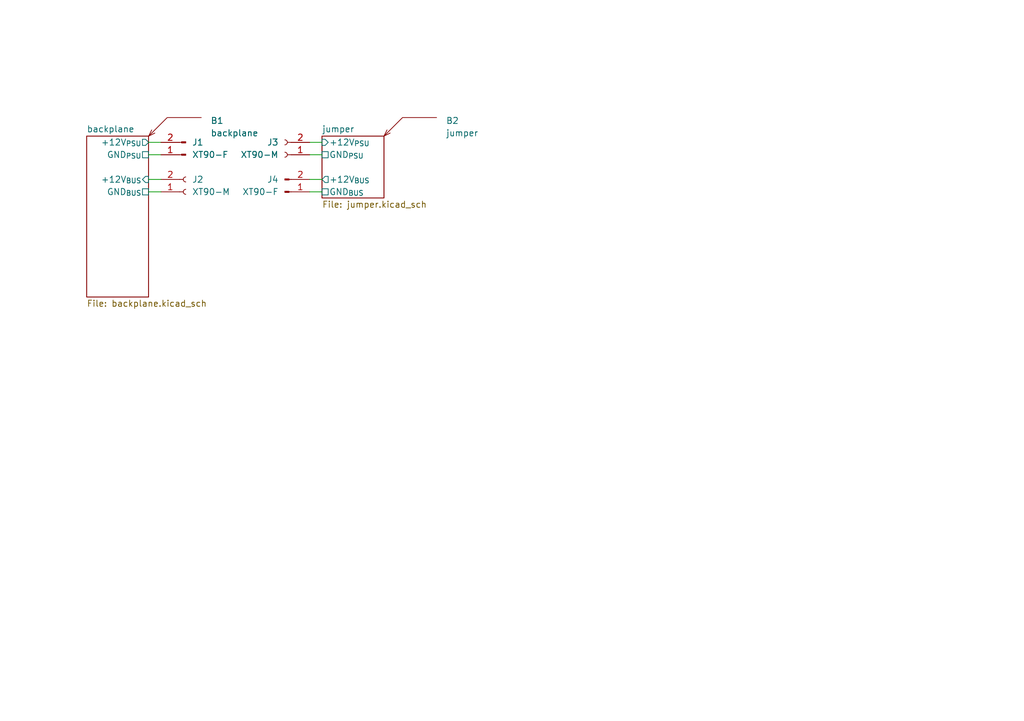
<source format=kicad_sch>
(kicad_sch (version 20250114) (generator "eeschema") (generator_version "9.0")
  (paper "A5")
  (title_block (title "10\" 1U PDU") (rev "1") (company "Elias Sjögreen"))
  (lib_symbols
    (symbol "Connector:Conn_01x02_Pin" (pin_names (offset 1.016) (hide yes))
      (property "Reference" "J" (at 0 2.54 0))
      (property "Value" "Conn_01x02_Pin" (at 0 -5.08 0))
      (symbol "Conn_01x02_Pin_1_1"
        (rectangle (start 0.8636 0.127) (end 0 -0.127) (stroke (width 0.1524)) (fill (type outline)))
        (rectangle (start 0.8636 -2.413) (end 0 -2.667) (stroke (width 0.1524)) (fill (type outline)))
        (polyline (pts (xy 1.27 0) (xy 0.8636 0)) (stroke (width 0.1524)))
        (polyline (pts (xy 1.27 -2.54) (xy 0.8636 -2.54)) (stroke (width 0.1524)))
        (pin passive line (at 5.08 0 180) (length 3.81) (name "Pin_1") (number "1"))
        (pin passive line (at 5.08 -2.54 180) (length 3.81) (name "Pin_2") (number "2"))
      )
    )
    (symbol "Connector:Conn_01x02_Socket" (pin_names (offset 1.016) (hide yes))
      (property "Reference" "J" (at 0 2.54 0))
      (property "Value" "Conn_01x02_Socket" (at 0 -5.08 0))
      (symbol "Conn_01x02_Socket_1_1"
        (polyline (pts (xy -1.27 0) (xy -0.508 0)) (stroke (width 0.1524)))
        (polyline (pts (xy -1.27 -2.54) (xy -0.508 -2.54)) (stroke (width 0.1524)))
        (arc (start 0 -0.508) (mid -0.5058 0) (end 0 0.508) (stroke (width 0.1524)))
        (arc (start 0 -3.048) (mid -0.5058 -2.54) (end 0 -2.032) (stroke (width 0.1524)))
        (pin passive line (at -5.08 0 0) (length 3.81) (name "Pin_1") (number "1"))
        (pin passive line (at -5.08 -2.54 0) (length 3.81) (name "Pin_2") (number "2"))
      )
    )
    (symbol "kikit:Board" (in_bom no)
      (property "Reference" "B" (at 5.08 5.08 0))
      (property "Value" "Board" (at 5.08 2.54 0))
      (symbol "Board_0_1"
        (polyline (pts (xy 0 0) (xy 3.81 3.81) (xy 10.795 3.81)) (stroke (width 0.1524)))
        (polyline (pts (xy 0.635 1.27) (xy 0 0) (xy 1.27 0.635)) (stroke (width 0.1524)))
      )
    )
  )
  (wire (pts (xy 30.48 31.75) (xy 33.02 31.75)))
  (wire (pts (xy 30.48 29.21) (xy 33.02 29.21)))
  (wire (pts (xy 63.5 31.75) (xy 66.04 31.75)))
  (wire (pts (xy 66.04 36.83) (xy 63.5 36.83)))
  (wire (pts (xy 63.5 29.21) (xy 66.04 29.21)))
  (wire (pts (xy 33.02 39.37) (xy 30.48 39.37)))
  (wire (pts (xy 33.02 36.83) (xy 30.48 36.83)))
  (wire (pts (xy 66.04 39.37) (xy 63.5 39.37)))
  (symbol (lib_id "Connector:Conn_01x02_Socket") (at 58.42 31.75 180) (unit 1)
    (property "Reference" "J3" (at 57.15 29.2101 0) (effects (justify left)))
    (property "Value" "XT90-M" (at 57.15 31.7501 0) (effects (justify left)))
    (property "Footprint" "Connector_AMASS_XT90:AMASS_XT90H-M_1x02_P11.0mm_Vertical" (effects (hide yes)))
    (property "Description" "Generic connector, single row, 01x02, script generated" (effects (hide yes)))
  )
  (symbol (lib_id "Connector:Conn_01x02_Pin") (at 58.42 39.37 0) (mirror x) (unit 1)
    (property "Reference" "J4" (at 57.15 36.8299 0) (effects (justify right)))
    (property "Value" "XT90-F" (at 57.15 39.3699 0) (effects (justify right)))
    (property "Footprint" "Connector_AMASS_XT90:AMASS_XT90H-F_1x02_P11.0mm_Vertical" (effects (hide yes)))
    (property "Description" "Generic connector, single row, 01x02, script generated" (effects (hide yes)))
  )
  (symbol (lib_id "Connector:Conn_01x02_Socket") (at 38.1 39.37 0) (mirror x) (unit 1)
    (property "Reference" "J2" (at 39.37 36.8301 0) (effects (justify left)))
    (property "Value" "XT90-M" (at 39.37 39.3701 0) (effects (justify left)))
    (property "Footprint" "Connector_AMASS_XT90:AMASS_XT90H-M_1x02_P11.0mm_Vertical" (effects (hide yes)))
    (property "Description" "Generic connector, single row, 01x02, script generated" (effects (hide yes)))
  )
  (symbol (lib_id "Connector:Conn_01x02_Pin") (at 38.1 31.75 180) (unit 1)
    (property "Reference" "J1" (at 39.37 29.2099 0) (effects (justify right)))
    (property "Value" "XT90-F" (at 39.37 31.7499 0) (effects (justify right)))
    (property "Footprint" "Connector_AMASS_XT90:AMASS_XT90H-F_1x02_P11.0mm_Vertical" (effects (hide yes)))
    (property "Description" "Generic connector, single row, 01x02, script generated" (effects (hide yes)))
  )
  (symbol (lib_id "kikit:Board") (at 30.48 27.94 0) (unit 1) (in_bom no)
    (property "Reference" "B1" (at 43.18 24.7649 0) (effects (justify left)))
    (property "Value" "backplane" (at 43.18 27.3049 0) (effects (justify left)))
    (property "Footprint" "kikit:Board" (effects (hide yes)))
    (property "Description" "KiKit Board annotations" (effects (hide yes)))
  )
  (symbol (lib_id "kikit:Board") (at 78.74 27.94 0) (unit 1) (in_bom no)
    (property "Reference" "B2" (at 91.44 24.7649 0) (effects (justify left)))
    (property "Value" "jumper" (at 91.44 27.3049 0) (effects (justify left)))
    (property "Footprint" "kikit:Board" (effects (hide yes)))
    (property "Description" "KiKit Board annotations" (effects (hide yes)))
  )
  (sheet (at 17.78 27.94) (size 12.7 33.02) (stroke (width 0.1524))
    (property "Sheetname" "backplane" (at 17.78 27.2284 0) (effects (justify left bottom)))
    (property "Sheetfile" "backplane.kicad_sch" (at 17.78 61.5446 0) (effects (justify left top)))
    (pin "+12V_{BUS}" input (at 30.48 36.83 0))
    (pin "+12V_{PSU}" output (at 30.48 29.21 0))
    (pin "GND_{BUS}" passive (at 30.48 39.37 0))
    (pin "GND_{PSU}" passive (at 30.48 31.75 0))
  )
  (sheet (at 66.04 27.94) (size 12.7 12.7) (stroke (width 0.1524))
    (property "Sheetname" "jumper" (at 66.04 27.2284 0) (effects (justify left bottom)))
    (property "Sheetfile" "jumper.kicad_sch" (at 66.04 41.2246 0) (effects (justify left top)))
    (pin "+12V_{BUS}" output (at 66.04 36.83 180))
    (pin "+12V_{PSU}" input (at 66.04 29.21 180))
    (pin "GND_{BUS}" passive (at 66.04 39.37 180))
    (pin "GND_{PSU}" passive (at 66.04 31.75 180))
  )
)
</source>
